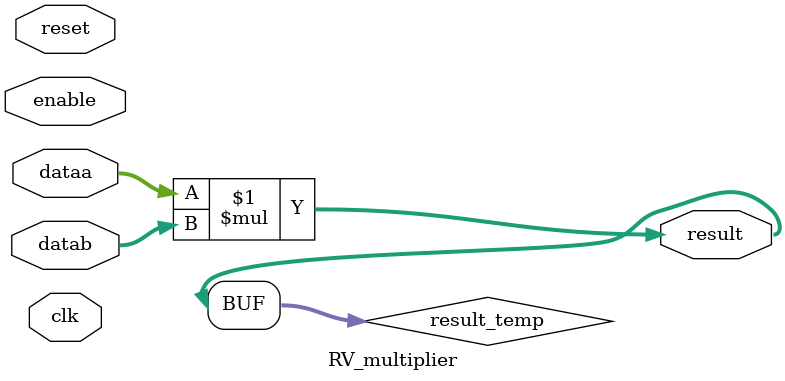
<source format=v>
`timescale 1ns / 1ps


module RV_multiplier#(

    parameter WIDTHA  = 32,
    parameter WIDTHB  = 32,
    parameter WIDTHP  = 64,  //Width of the  product
    parameter SIGNED  = 0,
    parameter LATENCY = 0

)(
    
    input  wire clk,
    input  wire enable,
    input  wire reset,
    input  wire [WIDTHA-1 : 0] dataa,
    input  wire [WIDTHB-1 : 0] datab,
    output wire [WIDTHP-1 : 0] result
    
);

    wire [WIDTHP-1 : 0] result_temp;
    
    if(SIGNED)
    begin
    
        assign result_temp = $signed(dataa) * $signed(datab);
    
    end
    else begin
    
        assign result_temp = dataa * datab;
    
    end
    
    if(LATENCY == 0)
    begin
        
        assign result = result_temp;
    
    end
    else begin
    
        reg [WIDTHP-1 : 0] pipe_results [LATENCY-1 : 0];
        genvar i;
        always@(posedge clk)
        begin
        
            if(enable)
            begin
            
                pipe_results[0] <= result_temp;
                
            end
        
        end
        
        for (i = 1; i < LATENCY; i=i+1) 
        begin
            
            always@(posedge clk)
            begin
            
                if(enable)
                begin
                    
                    pipe_results[i] <= pipe_results[i-1];
                
                end
            
            end
        
        end
        
        assign result = pipe_results[LATENCY-1];
        
    end

endmodule

</source>
